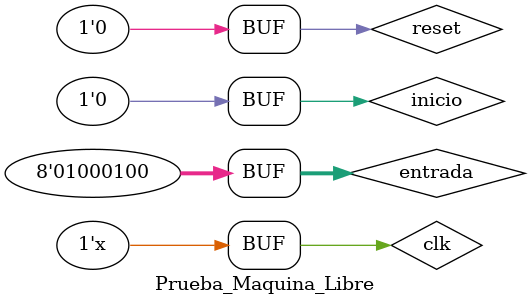
<source format=v>
`timescale 1ns / 1ps


module Prueba_Maquina_Libre;

	// Inputs
	reg clk;
	reg inicio;
	reg reset;
	reg [7:0] entrada;

	// Instantiate the Unit Under Test (UUT)
	FSM_Modo_Libre uut (
		.clk(clk), 
		.inicio(inicio), 
		.reset(reset), 
		.entrada(entrada)
	);

	initial begin
		// Initialize Inputs
		clk = 0;
		inicio = 0;
		reset = 0;
		entrada = 0;

		// Wait 100 ns for global reset to finish
		#100;
		inicio = 1;
		reset = 0;
		entrada = 0;
		
		#100;
		inicio = 0;
		reset = 0;
		entrada = 0;
		
		#100;
		inicio = 0;
		reset = 0;
		entrada = 65;
		
		#100;
		inicio = 0;
		reset = 0;
		entrada = 66;
		
		#100;
		inicio = 0;
		reset = 0;
		entrada = 67;
		
		#100;
		inicio = 0;
		reset = 0;
		entrada = 68;
		
		
		// Add stimulus here

	end
	
	always begin #20 clk = ~clk; end
      
endmodule


</source>
